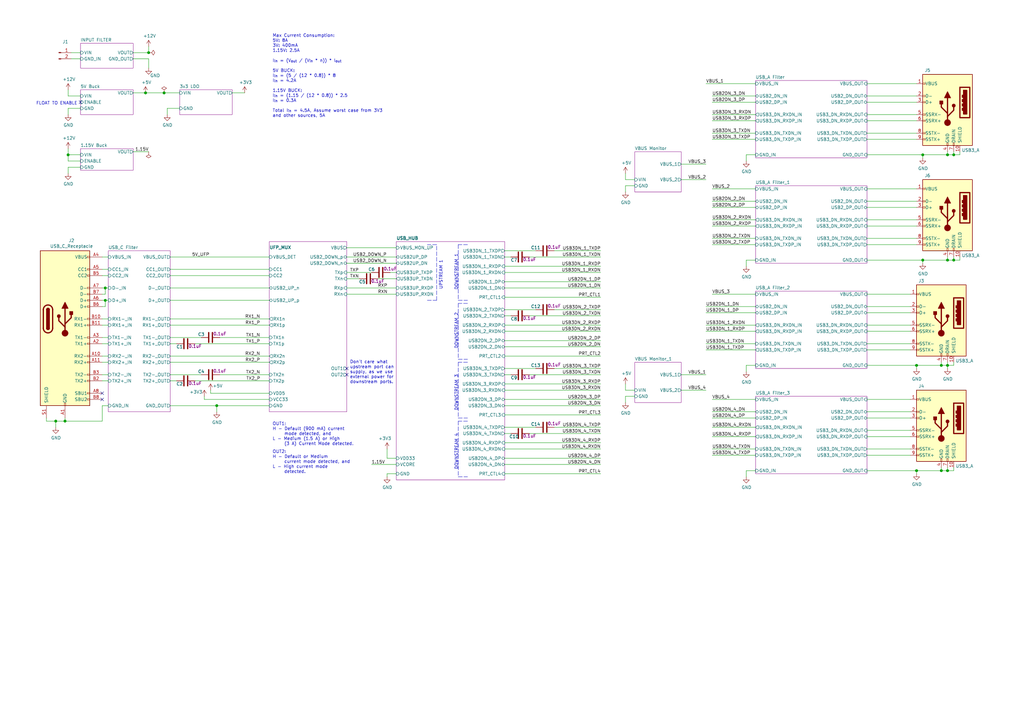
<source format=kicad_sch>
(kicad_sch (version 20210606) (generator eeschema)
  (paper "A3")
  (lib_symbols
    (symbol "Connector:Conn_01x02_Male" (pin_names (offset 1.016) hide)
      (property "Reference" "J" (at 0 2.54 0))
      (property "Value" "Conn_01x02_Male" (at 0 -5.08 0))
      (symbol "Conn_01x02_Male_1_1"
        (pin passive line (at 5.08 0 180) (length 3.81) (name "Pin_1") (number "1"))
        (pin passive line (at 5.08 -2.54 180) (length 3.81) (name "Pin_2") (number "2"))
      )
    )
    (symbol "Connector:USB3_A" (pin_names (offset 1.016))
      (property "Reference" "J" (at -10.16 15.24 0))
      (property "Value" "USB3_A" (at 10.16 15.24 0))
      (symbol "USB3_A_1_1"
        (pin power_in line (at 12.7 10.16 180) (length 2.54) (name "VBUS") (number "1"))
        (pin passive line (at -5.08 -17.78 90) (length 2.54) (name "SHIELD") (number "10"))
        (pin bidirectional line (at 12.7 5.08 180) (length 2.54) (name "D-") (number "2"))
        (pin bidirectional line (at 12.7 2.54 180) (length 2.54) (name "D+") (number "3"))
        (pin power_in line (at 0 -17.78 90) (length 2.54) (name "GND") (number "4"))
        (pin bidirectional line (at 12.7 -2.54 180) (length 2.54) (name "SSRX-") (number "5"))
        (pin bidirectional line (at 12.7 -5.08 180) (length 2.54) (name "SSRX+") (number "6"))
        (pin power_in line (at -2.54 -17.78 90) (length 2.54) (name "DRAIN") (number "7"))
        (pin bidirectional line (at 12.7 -10.16 180) (length 2.54) (name "SSTX-") (number "8"))
        (pin bidirectional line (at 12.7 -12.7 180) (length 2.54) (name "SSTX+") (number "9"))
      )
    )
    (symbol "Connector:USB_C_Receptacle" (pin_names (offset 1.016))
      (property "Reference" "J" (at -10.16 29.21 0))
      (property "Value" "USB_C_Receptacle" (at 10.16 29.21 0))
      (symbol "USB_C_Receptacle_1_1"
        (pin power_in line (at 0 -40.64 90) (length 5.08) (name "GND") (number "A1"))
        (pin bidirectional line (at 15.24 -15.24 180) (length 5.08) (name "RX2-") (number "A10"))
        (pin bidirectional line (at 15.24 -17.78 180) (length 5.08) (name "RX2+") (number "A11"))
        (pin passive line (at 0 -40.64 90) (length 5.08) hide (name "GND") (number "A12"))
        (pin bidirectional line (at 15.24 -10.16 180) (length 5.08) (name "TX1+") (number "A2"))
        (pin bidirectional line (at 15.24 -7.62 180) (length 5.08) (name "TX1-") (number "A3"))
        (pin power_in line (at 15.24 25.4 180) (length 5.08) (name "VBUS") (number "A4"))
        (pin bidirectional line (at 15.24 20.32 180) (length 5.08) (name "CC1") (number "A5"))
        (pin bidirectional line (at 15.24 7.62 180) (length 5.08) (name "D+") (number "A6"))
        (pin bidirectional line (at 15.24 12.7 180) (length 5.08) (name "D-") (number "A7"))
        (pin bidirectional line (at 15.24 -30.48 180) (length 5.08) (name "SBU1") (number "A8"))
        (pin passive line (at 15.24 25.4 180) (length 5.08) hide (name "VBUS") (number "A9"))
        (pin passive line (at 0 -40.64 90) (length 5.08) hide (name "GND") (number "B1"))
        (pin bidirectional line (at 15.24 0 180) (length 5.08) (name "RX1-") (number "B10"))
        (pin bidirectional line (at 15.24 -2.54 180) (length 5.08) (name "RX1+") (number "B11"))
        (pin passive line (at 0 -40.64 90) (length 5.08) hide (name "GND") (number "B12"))
        (pin bidirectional line (at 15.24 -25.4 180) (length 5.08) (name "TX2+") (number "B2"))
        (pin bidirectional line (at 15.24 -22.86 180) (length 5.08) (name "TX2-") (number "B3"))
        (pin passive line (at 15.24 25.4 180) (length 5.08) hide (name "VBUS") (number "B4"))
        (pin bidirectional line (at 15.24 17.78 180) (length 5.08) (name "CC2") (number "B5"))
        (pin bidirectional line (at 15.24 5.08 180) (length 5.08) (name "D+") (number "B6"))
        (pin bidirectional line (at 15.24 10.16 180) (length 5.08) (name "D-") (number "B7"))
        (pin bidirectional line (at 15.24 -33.02 180) (length 5.08) (name "SBU2") (number "B8"))
        (pin passive line (at 15.24 25.4 180) (length 5.08) hide (name "VBUS") (number "B9"))
        (pin passive line (at -7.62 -40.64 90) (length 5.08) (name "SHIELD") (number "S1"))
      )
    )
    (symbol "mte_usb_hub:CC0402KRX5R7BB104" (pin_numbers hide) (pin_names (offset 0.254))
      (property "Reference" "C" (at 0.635 2.54 0))
      (property "id" "0.1uF" (at -3.81 2.54 0))
      (symbol "CC0402KRX5R7BB104_1_1"
        (pin passive line (at 0 3.81 270) (length 2.794) (name "~") (number "1"))
        (pin passive line (at 0 -3.81 90) (length 2.794) (name "~") (number "2"))
      )
    )
    (symbol "power:+12V" (power) (pin_names (offset 0))
      (property "Value" "+12V" (at 0 3.556 0))
      (symbol "+12V_1_1"
        (pin power_in line (at 0 0 90) (length 0) hide (name "+12V") (number "1"))
      )
    )
    (symbol "power:+3V3" (power) (pin_names (offset 0))
      (property "Value" "+3V3" (at 0 3.556 0))
      (symbol "+3V3_1_1"
        (pin power_in line (at 0 0 90) (length 0) hide (name "+3V3") (number "1"))
      )
    )
    (symbol "power:+5V" (power) (pin_names (offset 0))
      (property "Value" "+5V" (at 0 3.556 0))
      (symbol "+5V_1_1"
        (pin power_in line (at 0 0 90) (length 0) hide (name "+5V") (number "1"))
      )
    )
    (symbol "power:GND" (power) (pin_names (offset 0))
      (property "Value" "GND" (at 0 -3.81 0))
      (symbol "GND_1_1"
        (pin power_in line (at 0 0 270) (length 0) hide (name "GND") (number "1"))
      )
    )
    (symbol "power:PWR_FLAG" (power) (pin_numbers hide) (pin_names (offset 0) hide)
      (property "Value" "PWR_FLAG" (at 0 3.81 0))
      (symbol "PWR_FLAG_0_0"
        (pin power_out line (at 0 0 90) (length 0) (name "pwr") (number "1"))
      )
    )
  )
  (junction (at 22.86 172.72) (diameter 1.016))
  (junction (at 26.67 172.72) (diameter 1.016))
  (junction (at 27.94 63.5) (diameter 1.016))
  (junction (at 43.18 118.11) (diameter 1.016))
  (junction (at 43.18 123.19) (diameter 1.016))
  (junction (at 59.69 38.1) (diameter 1.016))
  (junction (at 60.96 21.59) (diameter 1.016))
  (junction (at 67.31 38.1) (diameter 1.016))
  (junction (at 88.9 166.37) (diameter 1.016))
  (junction (at 375.92 149.86) (diameter 1.016))
  (junction (at 375.92 193.04) (diameter 1.016))
  (junction (at 378.46 63.5) (diameter 1.016))
  (junction (at 378.46 106.68) (diameter 1.016))
  (junction (at 386.08 149.86) (diameter 1.016))
  (junction (at 386.08 193.04) (diameter 1.016))
  (junction (at 388.62 63.5) (diameter 1.016))
  (junction (at 388.62 106.68) (diameter 1.016))
  (junction (at 388.62 149.86) (diameter 1.016))
  (junction (at 388.62 193.04) (diameter 1.016))
  (junction (at 391.16 63.5) (diameter 1.016))
  (junction (at 391.16 106.68) (diameter 1.016))
  (no_connect (at 33.02 41.91))
  (no_connect (at 41.91 161.29))
  (no_connect (at 41.91 163.83))
  (no_connect (at 142.24 151.13))
  (no_connect (at 142.24 153.67))
  (wire (pts (xy 19.05 171.45) (xy 19.05 172.72)))
  (wire (pts (xy 19.05 172.72) (xy 22.86 172.72)))
  (wire (pts (xy 22.86 175.26) (xy 22.86 172.72)))
  (wire (pts (xy 26.67 171.45) (xy 26.67 172.72)))
  (wire (pts (xy 26.67 172.72) (xy 22.86 172.72)))
  (wire (pts (xy 27.94 36.83) (xy 27.94 39.37)))
  (wire (pts (xy 27.94 44.45) (xy 27.94 46.99)))
  (wire (pts (xy 27.94 60.96) (xy 27.94 63.5)))
  (wire (pts (xy 27.94 66.04) (xy 27.94 63.5)))
  (wire (pts (xy 27.94 68.58) (xy 27.94 71.12)))
  (wire (pts (xy 29.21 21.59) (xy 33.02 21.59)))
  (wire (pts (xy 29.21 24.13) (xy 33.02 24.13)))
  (wire (pts (xy 33.02 39.37) (xy 27.94 39.37)))
  (wire (pts (xy 33.02 44.45) (xy 27.94 44.45)))
  (wire (pts (xy 33.02 63.5) (xy 27.94 63.5)))
  (wire (pts (xy 33.02 66.04) (xy 27.94 66.04)))
  (wire (pts (xy 33.02 68.58) (xy 27.94 68.58)))
  (wire (pts (xy 41.91 105.41) (xy 44.45 105.41)))
  (wire (pts (xy 41.91 110.49) (xy 44.45 110.49)))
  (wire (pts (xy 41.91 113.03) (xy 44.45 113.03)))
  (wire (pts (xy 41.91 118.11) (xy 43.18 118.11)))
  (wire (pts (xy 41.91 120.65) (xy 43.18 120.65)))
  (wire (pts (xy 41.91 123.19) (xy 43.18 123.19)))
  (wire (pts (xy 41.91 125.73) (xy 43.18 125.73)))
  (wire (pts (xy 41.91 130.81) (xy 44.45 130.81)))
  (wire (pts (xy 41.91 133.35) (xy 44.45 133.35)))
  (wire (pts (xy 41.91 138.43) (xy 44.45 138.43)))
  (wire (pts (xy 41.91 140.97) (xy 44.45 140.97)))
  (wire (pts (xy 41.91 146.05) (xy 44.45 146.05)))
  (wire (pts (xy 41.91 148.59) (xy 44.45 148.59)))
  (wire (pts (xy 41.91 153.67) (xy 44.45 153.67)))
  (wire (pts (xy 41.91 156.21) (xy 44.45 156.21)))
  (wire (pts (xy 41.91 166.37) (xy 41.91 172.72)))
  (wire (pts (xy 41.91 172.72) (xy 26.67 172.72)))
  (wire (pts (xy 43.18 118.11) (xy 43.18 120.65)))
  (wire (pts (xy 43.18 118.11) (xy 44.45 118.11)))
  (wire (pts (xy 43.18 123.19) (xy 43.18 125.73)))
  (wire (pts (xy 43.18 123.19) (xy 44.45 123.19)))
  (wire (pts (xy 44.45 166.37) (xy 41.91 166.37)))
  (wire (pts (xy 54.61 21.59) (xy 60.96 21.59)))
  (wire (pts (xy 54.61 38.1) (xy 59.69 38.1)))
  (wire (pts (xy 54.61 62.23) (xy 60.96 62.23)))
  (wire (pts (xy 59.69 38.1) (xy 67.31 38.1)))
  (wire (pts (xy 60.96 21.59) (xy 60.96 19.05)))
  (wire (pts (xy 60.96 24.13) (xy 54.61 24.13)))
  (wire (pts (xy 60.96 27.94) (xy 60.96 24.13)))
  (wire (pts (xy 67.31 38.1) (xy 73.66 38.1)))
  (wire (pts (xy 68.58 44.45) (xy 68.58 46.99)))
  (wire (pts (xy 69.85 105.41) (xy 110.49 105.41)))
  (wire (pts (xy 69.85 110.49) (xy 110.49 110.49)))
  (wire (pts (xy 69.85 113.03) (xy 110.49 113.03)))
  (wire (pts (xy 69.85 118.11) (xy 110.49 118.11)))
  (wire (pts (xy 69.85 123.19) (xy 110.49 123.19)))
  (wire (pts (xy 69.85 130.81) (xy 110.49 130.81)))
  (wire (pts (xy 69.85 133.35) (xy 110.49 133.35)))
  (wire (pts (xy 69.85 138.43) (xy 82.55 138.43)))
  (wire (pts (xy 69.85 140.97) (xy 72.39 140.97)))
  (wire (pts (xy 69.85 146.05) (xy 110.49 146.05)))
  (wire (pts (xy 69.85 148.59) (xy 110.49 148.59)))
  (wire (pts (xy 69.85 153.67) (xy 82.55 153.67)))
  (wire (pts (xy 69.85 156.21) (xy 72.39 156.21)))
  (wire (pts (xy 69.85 166.37) (xy 88.9 166.37)))
  (wire (pts (xy 73.66 44.45) (xy 68.58 44.45)))
  (wire (pts (xy 80.01 140.97) (xy 110.49 140.97)))
  (wire (pts (xy 80.01 156.21) (xy 110.49 156.21)))
  (wire (pts (xy 83.82 162.56) (xy 83.82 163.83)))
  (wire (pts (xy 83.82 163.83) (xy 110.49 163.83)))
  (wire (pts (xy 86.36 160.02) (xy 86.36 161.29)))
  (wire (pts (xy 86.36 161.29) (xy 110.49 161.29)))
  (wire (pts (xy 88.9 166.37) (xy 110.49 166.37)))
  (wire (pts (xy 88.9 168.91) (xy 88.9 166.37)))
  (wire (pts (xy 90.17 138.43) (xy 110.49 138.43)))
  (wire (pts (xy 90.17 153.67) (xy 110.49 153.67)))
  (wire (pts (xy 95.25 38.1) (xy 100.33 38.1)))
  (wire (pts (xy 142.24 101.6) (xy 162.56 101.6)))
  (wire (pts (xy 142.24 105.41) (xy 162.56 105.41)))
  (wire (pts (xy 142.24 107.95) (xy 162.56 107.95)))
  (wire (pts (xy 142.24 111.76) (xy 152.4 111.76)))
  (wire (pts (xy 142.24 114.3) (xy 147.32 114.3)))
  (wire (pts (xy 142.24 118.11) (xy 162.56 118.11)))
  (wire (pts (xy 142.24 120.65) (xy 162.56 120.65)))
  (wire (pts (xy 152.4 190.5) (xy 162.56 190.5)))
  (wire (pts (xy 154.94 114.3) (xy 162.56 114.3)))
  (wire (pts (xy 158.75 187.96) (xy 158.75 184.15)))
  (wire (pts (xy 158.75 194.31) (xy 162.56 194.31)))
  (wire (pts (xy 158.75 195.58) (xy 158.75 194.31)))
  (wire (pts (xy 160.02 111.76) (xy 162.56 111.76)))
  (wire (pts (xy 162.56 187.96) (xy 158.75 187.96)))
  (wire (pts (xy 207.01 102.87) (xy 219.71 102.87)))
  (wire (pts (xy 207.01 105.41) (xy 209.55 105.41)))
  (wire (pts (xy 207.01 109.22) (xy 246.38 109.22)))
  (wire (pts (xy 207.01 111.76) (xy 246.38 111.76)))
  (wire (pts (xy 207.01 115.57) (xy 246.38 115.57)))
  (wire (pts (xy 207.01 118.11) (xy 246.38 118.11)))
  (wire (pts (xy 207.01 121.92) (xy 246.38 121.92)))
  (wire (pts (xy 207.01 127) (xy 219.71 127)))
  (wire (pts (xy 207.01 129.54) (xy 209.55 129.54)))
  (wire (pts (xy 207.01 133.35) (xy 246.38 133.35)))
  (wire (pts (xy 207.01 135.89) (xy 246.38 135.89)))
  (wire (pts (xy 207.01 139.7) (xy 246.38 139.7)))
  (wire (pts (xy 207.01 142.24) (xy 246.38 142.24)))
  (wire (pts (xy 207.01 146.05) (xy 246.38 146.05)))
  (wire (pts (xy 207.01 151.13) (xy 219.71 151.13)))
  (wire (pts (xy 207.01 153.67) (xy 209.55 153.67)))
  (wire (pts (xy 207.01 157.48) (xy 246.38 157.48)))
  (wire (pts (xy 207.01 160.02) (xy 246.38 160.02)))
  (wire (pts (xy 207.01 163.83) (xy 246.38 163.83)))
  (wire (pts (xy 207.01 166.37) (xy 246.38 166.37)))
  (wire (pts (xy 207.01 170.18) (xy 246.38 170.18)))
  (wire (pts (xy 207.01 175.26) (xy 219.71 175.26)))
  (wire (pts (xy 207.01 177.8) (xy 209.55 177.8)))
  (wire (pts (xy 207.01 181.61) (xy 246.38 181.61)))
  (wire (pts (xy 207.01 184.15) (xy 246.38 184.15)))
  (wire (pts (xy 207.01 187.96) (xy 246.38 187.96)))
  (wire (pts (xy 207.01 190.5) (xy 246.38 190.5)))
  (wire (pts (xy 207.01 194.31) (xy 246.38 194.31)))
  (wire (pts (xy 217.17 105.41) (xy 246.38 105.41)))
  (wire (pts (xy 217.17 129.54) (xy 246.38 129.54)))
  (wire (pts (xy 217.17 153.67) (xy 246.38 153.67)))
  (wire (pts (xy 217.17 177.8) (xy 246.38 177.8)))
  (wire (pts (xy 227.33 102.87) (xy 246.38 102.87)))
  (wire (pts (xy 227.33 127) (xy 246.38 127)))
  (wire (pts (xy 227.33 151.13) (xy 246.38 151.13)))
  (wire (pts (xy 227.33 175.26) (xy 246.38 175.26)))
  (wire (pts (xy 256.54 71.12) (xy 256.54 73.66)))
  (wire (pts (xy 256.54 76.2) (xy 256.54 78.74)))
  (wire (pts (xy 256.54 76.2) (xy 260.35 76.2)))
  (wire (pts (xy 256.54 157.48) (xy 256.54 160.02)))
  (wire (pts (xy 256.54 162.56) (xy 256.54 165.1)))
  (wire (pts (xy 256.54 162.56) (xy 260.35 162.56)))
  (wire (pts (xy 260.35 73.66) (xy 256.54 73.66)))
  (wire (pts (xy 260.35 160.02) (xy 256.54 160.02)))
  (wire (pts (xy 279.4 67.31) (xy 289.56 67.31)))
  (wire (pts (xy 279.4 73.66) (xy 289.56 73.66)))
  (wire (pts (xy 279.4 153.67) (xy 289.56 153.67)))
  (wire (pts (xy 279.4 160.02) (xy 289.56 160.02)))
  (wire (pts (xy 289.56 34.29) (xy 309.88 34.29)))
  (wire (pts (xy 289.56 125.73) (xy 309.88 125.73)))
  (wire (pts (xy 289.56 128.27) (xy 309.88 128.27)))
  (wire (pts (xy 289.56 133.35) (xy 309.88 133.35)))
  (wire (pts (xy 289.56 135.89) (xy 309.88 135.89)))
  (wire (pts (xy 289.56 140.97) (xy 309.88 140.97)))
  (wire (pts (xy 289.56 143.51) (xy 309.88 143.51)))
  (wire (pts (xy 292.1 39.37) (xy 309.88 39.37)))
  (wire (pts (xy 292.1 41.91) (xy 309.88 41.91)))
  (wire (pts (xy 292.1 46.99) (xy 309.88 46.99)))
  (wire (pts (xy 292.1 49.53) (xy 309.88 49.53)))
  (wire (pts (xy 292.1 54.61) (xy 309.88 54.61)))
  (wire (pts (xy 292.1 57.15) (xy 309.88 57.15)))
  (wire (pts (xy 292.1 77.47) (xy 309.88 77.47)))
  (wire (pts (xy 292.1 82.55) (xy 309.88 82.55)))
  (wire (pts (xy 292.1 85.09) (xy 309.88 85.09)))
  (wire (pts (xy 292.1 90.17) (xy 309.88 90.17)))
  (wire (pts (xy 292.1 92.71) (xy 309.88 92.71)))
  (wire (pts (xy 292.1 97.79) (xy 309.88 97.79)))
  (wire (pts (xy 292.1 100.33) (xy 309.88 100.33)))
  (wire (pts (xy 292.1 120.65) (xy 309.88 120.65)))
  (wire (pts (xy 292.1 163.83) (xy 309.88 163.83)))
  (wire (pts (xy 292.1 168.91) (xy 309.88 168.91)))
  (wire (pts (xy 292.1 171.45) (xy 309.88 171.45)))
  (wire (pts (xy 292.1 175.26) (xy 309.88 175.26)))
  (wire (pts (xy 292.1 179.07) (xy 309.88 179.07)))
  (wire (pts (xy 292.1 184.15) (xy 309.88 184.15)))
  (wire (pts (xy 292.1 186.69) (xy 309.88 186.69)))
  (wire (pts (xy 306.07 63.5) (xy 306.07 66.04)))
  (wire (pts (xy 306.07 63.5) (xy 309.88 63.5)))
  (wire (pts (xy 306.07 106.68) (xy 306.07 109.22)))
  (wire (pts (xy 306.07 106.68) (xy 309.88 106.68)))
  (wire (pts (xy 306.07 149.86) (xy 306.07 152.4)))
  (wire (pts (xy 306.07 149.86) (xy 309.88 149.86)))
  (wire (pts (xy 306.07 193.04) (xy 306.07 195.58)))
  (wire (pts (xy 306.07 193.04) (xy 309.88 193.04)))
  (wire (pts (xy 355.6 34.29) (xy 375.92 34.29)))
  (wire (pts (xy 355.6 39.37) (xy 375.92 39.37)))
  (wire (pts (xy 355.6 41.91) (xy 375.92 41.91)))
  (wire (pts (xy 355.6 46.99) (xy 375.92 46.99)))
  (wire (pts (xy 355.6 49.53) (xy 375.92 49.53)))
  (wire (pts (xy 355.6 54.61) (xy 375.92 54.61)))
  (wire (pts (xy 355.6 57.15) (xy 375.92 57.15)))
  (wire (pts (xy 355.6 63.5) (xy 378.46 63.5)))
  (wire (pts (xy 355.6 77.47) (xy 375.92 77.47)))
  (wire (pts (xy 355.6 82.55) (xy 375.92 82.55)))
  (wire (pts (xy 355.6 85.09) (xy 375.92 85.09)))
  (wire (pts (xy 355.6 90.17) (xy 375.92 90.17)))
  (wire (pts (xy 355.6 92.71) (xy 375.92 92.71)))
  (wire (pts (xy 355.6 97.79) (xy 375.92 97.79)))
  (wire (pts (xy 355.6 100.33) (xy 375.92 100.33)))
  (wire (pts (xy 355.6 106.68) (xy 378.46 106.68)))
  (wire (pts (xy 355.6 120.65) (xy 373.38 120.65)))
  (wire (pts (xy 355.6 125.73) (xy 373.38 125.73)))
  (wire (pts (xy 355.6 128.27) (xy 373.38 128.27)))
  (wire (pts (xy 355.6 133.35) (xy 373.38 133.35)))
  (wire (pts (xy 355.6 135.89) (xy 373.38 135.89)))
  (wire (pts (xy 355.6 140.97) (xy 373.38 140.97)))
  (wire (pts (xy 355.6 143.51) (xy 373.38 143.51)))
  (wire (pts (xy 355.6 149.86) (xy 375.92 149.86)))
  (wire (pts (xy 355.6 163.83) (xy 373.38 163.83)))
  (wire (pts (xy 355.6 168.91) (xy 373.38 168.91)))
  (wire (pts (xy 355.6 171.45) (xy 373.38 171.45)))
  (wire (pts (xy 355.6 176.53) (xy 373.38 176.53)))
  (wire (pts (xy 355.6 179.07) (xy 373.38 179.07)))
  (wire (pts (xy 355.6 184.15) (xy 373.38 184.15)))
  (wire (pts (xy 355.6 186.69) (xy 373.38 186.69)))
  (wire (pts (xy 355.6 193.04) (xy 375.92 193.04)))
  (wire (pts (xy 375.92 149.86) (xy 386.08 149.86)))
  (wire (pts (xy 375.92 151.13) (xy 375.92 149.86)))
  (wire (pts (xy 375.92 193.04) (xy 386.08 193.04)))
  (wire (pts (xy 375.92 194.31) (xy 375.92 193.04)))
  (wire (pts (xy 378.46 63.5) (xy 388.62 63.5)))
  (wire (pts (xy 378.46 64.77) (xy 378.46 63.5)))
  (wire (pts (xy 378.46 106.68) (xy 388.62 106.68)))
  (wire (pts (xy 378.46 107.95) (xy 378.46 106.68)))
  (wire (pts (xy 386.08 149.86) (xy 386.08 148.59)))
  (wire (pts (xy 386.08 193.04) (xy 386.08 191.77)))
  (wire (pts (xy 388.62 63.5) (xy 388.62 62.23)))
  (wire (pts (xy 388.62 106.68) (xy 388.62 105.41)))
  (wire (pts (xy 388.62 148.59) (xy 388.62 149.86)))
  (wire (pts (xy 388.62 149.86) (xy 386.08 149.86)))
  (wire (pts (xy 388.62 149.86) (xy 391.16 149.86)))
  (wire (pts (xy 388.62 151.13) (xy 388.62 149.86)))
  (wire (pts (xy 388.62 191.77) (xy 388.62 193.04)))
  (wire (pts (xy 388.62 193.04) (xy 386.08 193.04)))
  (wire (pts (xy 388.62 193.04) (xy 391.16 193.04)))
  (wire (pts (xy 391.16 62.23) (xy 391.16 63.5)))
  (wire (pts (xy 391.16 63.5) (xy 388.62 63.5)))
  (wire (pts (xy 391.16 63.5) (xy 393.7 63.5)))
  (wire (pts (xy 391.16 105.41) (xy 391.16 106.68)))
  (wire (pts (xy 391.16 106.68) (xy 388.62 106.68)))
  (wire (pts (xy 391.16 106.68) (xy 393.7 106.68)))
  (wire (pts (xy 391.16 149.86) (xy 391.16 148.59)))
  (wire (pts (xy 391.16 193.04) (xy 391.16 191.77)))
  (wire (pts (xy 393.7 63.5) (xy 393.7 62.23)))
  (wire (pts (xy 393.7 106.68) (xy 393.7 105.41)))
  (polyline (pts (xy 175.26 123.19) (xy 179.07 123.19)) (stroke (width 0) (type dash)))
  (polyline (pts (xy 179.07 100.33) (xy 175.26 100.33)) (stroke (width 0) (type dash)))
  (polyline (pts (xy 179.07 123.19) (xy 179.07 100.33)) (stroke (width 0) (type dash)))
  (polyline (pts (xy 187.96 100.33) (xy 187.96 123.19)) (stroke (width 0) (type dash)))
  (polyline (pts (xy 187.96 123.19) (xy 191.77 123.19)) (stroke (width 0) (type dash)))
  (polyline (pts (xy 187.96 124.46) (xy 187.96 147.32)) (stroke (width 0) (type dash)))
  (polyline (pts (xy 187.96 147.32) (xy 191.77 147.32)) (stroke (width 0) (type dash)))
  (polyline (pts (xy 187.96 148.59) (xy 187.96 171.45)) (stroke (width 0) (type dash)))
  (polyline (pts (xy 187.96 171.45) (xy 191.77 171.45)) (stroke (width 0) (type dash)))
  (polyline (pts (xy 187.96 172.72) (xy 187.96 195.58)) (stroke (width 0) (type dash)))
  (polyline (pts (xy 187.96 195.58) (xy 191.77 195.58)) (stroke (width 0) (type dash)))
  (polyline (pts (xy 191.77 100.33) (xy 187.96 100.33)) (stroke (width 0) (type dash)))
  (polyline (pts (xy 191.77 124.46) (xy 187.96 124.46)) (stroke (width 0) (type dash)))
  (polyline (pts (xy 191.77 148.59) (xy 187.96 148.59)) (stroke (width 0) (type dash)))
  (polyline (pts (xy 191.77 172.72) (xy 187.96 172.72)) (stroke (width 0) (type dash)))
  (text "FLOAT TO ENABLE" (at 31.75 43.18 180) (effects (font (size 1.27 1.27)) (justify right bottom)))
  (text "Max Current Consumption:\n5V: 8A\n3V: 400mA\n1.15V: 2.5A" (at 111.76 21.59 0) (effects (font (size 1.27 1.27)) (justify left bottom)))
  (text "I_{in} = (V_{out} / (V_{in} * n)) * I_{out}\n\n5V BUCK:\nI_{in} = (5 / (12 * 0.8)) * 8\nI_{in} = 4.2A\n\n1.15V BUCK:\nI_{in} = (1.15 / (12 * 0.8)) * 2.5\nI_{in} = 0.3A\n\nTotal I_{in} = 4.5A, Assume worst case from 3V3\nand other sources, 5A" (at 111.76 48.26 0) (effects (font (size 1.27 1.27)) (justify left bottom)))
  (text "OUT1:\nH - Default (900 mA) current \n	mode detected, and\nL - Medium (1.5 A) or High \n	(3 A) Current Mode detected." (at 111.76 182.88 0) (effects (font (size 1.27 1.27)) (justify left bottom)))
  (text "OUT2:\nH - Default or Medium \n	current mode detected, and\nL - High current mode \n	detected." (at 111.76 194.31 0) (effects (font (size 1.27 1.27)) (justify left bottom)))
  (text "Don't care what \nupstream port can \nsupply, as we use \nexternal power for \ndownstream ports." (at 143.51 157.48 0) (effects (font (size 1.27 1.27)) (justify left bottom)))
  (text "UPSTREAM 1" (at 181.61 106.68 270) (effects (font (size 1.27 1.27)) (justify right bottom)))
  (text "DOWNSTREAM 1" (at 187.96 104.14 270) (effects (font (size 1.27 1.27)) (justify right bottom)))
  (text "DOWNSTREAM 2" (at 187.96 128.27 270) (effects (font (size 1.27 1.27)) (justify right bottom)))
  (text "DOWNSTREAM 3" (at 187.96 153.67 270) (effects (font (size 1.27 1.27)) (justify right bottom)))
  (text "DOWNSTREAM 4" (at 187.96 177.8 270) (effects (font (size 1.27 1.27)) (justify right bottom)))
  (label "1.15V" (at 60.96 62.23 180))
  (label "5V_UFP" (at 78.74 105.41 0))
  (label "RX1_N" (at 106.68 130.81 180))
  (label "RX1_P" (at 106.68 133.35 180))
  (label "TX1_N" (at 106.68 138.43 180))
  (label "TX1_P" (at 106.68 140.97 180))
  (label "RX2_N" (at 106.68 146.05 180))
  (label "RX2_P" (at 106.68 148.59 180))
  (label "TX2_N" (at 106.68 153.67 180))
  (label "TX2_P" (at 106.7682 156.21 180))
  (label "TXP" (at 143.51 111.76 0))
  (label "TXN" (at 143.51 114.3 0))
  (label "USB2_DOWN_P" (at 144.78 105.41 0))
  (label "USB2_DOWN_N" (at 144.78 107.95 0))
  (label "1.15V" (at 152.4 190.5 0))
  (label "RXP" (at 154.94 118.11 0))
  (label "RXN" (at 154.94 120.65 0))
  (label "USB3DN_1_TXDP" (at 246.38 102.87 180))
  (label "USB3DN_1_TXDN" (at 246.38 105.41 180))
  (label "USB3DN_1_RXDP" (at 246.38 109.22 180))
  (label "USB3DN_1_RXDN" (at 246.38 111.76 180))
  (label "USB2DN_1_DP" (at 246.38 115.57 180))
  (label "USB2DN_1_DN" (at 246.38 118.11 180))
  (label "PRT_CTL1" (at 246.38 121.92 180))
  (label "USB3DN_2_TXDP" (at 246.38 127 180))
  (label "USB3DN_2_TXDN" (at 246.38 129.54 180))
  (label "USB3DN_2_RXDP" (at 246.38 133.35 180))
  (label "USB3DN_2_RXDN" (at 246.38 135.89 180))
  (label "USB2DN_2_DP" (at 246.38 139.7 180))
  (label "USB2DN_2_DN" (at 246.38 142.24 180))
  (label "PRT_CTL2" (at 246.38 146.05 180))
  (label "USB3DN_3_TXDP" (at 246.38 151.13 180))
  (label "USB3DN_3_TXDN" (at 246.38 153.67 180))
  (label "USB3DN_3_RXDP" (at 246.38 157.48 180))
  (label "USB3DN_3_RXDN" (at 246.38 160.02 180))
  (label "USB2DN_3_DP" (at 246.38 163.83 180))
  (label "USB2DN_3_DN" (at 246.38 166.37 180))
  (label "PRT_CTL3" (at 246.38 170.18 180))
  (label "USB3DN_4_TXDP" (at 246.38 175.26 180))
  (label "USB3DN_4_TXDN" (at 246.38 177.8 180))
  (label "USB3DN_4_RXDP" (at 246.38 181.61 180))
  (label "USB3DN_4_RXDN" (at 246.38 184.15 180))
  (label "USB2DN_4_DP" (at 246.38 187.96 180))
  (label "USB2DN_4_DN" (at 246.38 190.5 180))
  (label "PRT_CTL4" (at 246.38 194.31 180))
  (label "VBUS_1" (at 289.56 34.29 0))
  (label "VBUS_3" (at 289.56 67.31 180))
  (label "VBUS_2" (at 289.56 73.66 180))
  (label "USB2DN_1_DN" (at 289.56 125.73 0))
  (label "USB2DN_1_DP" (at 289.56 128.27 0))
  (label "USB3DN_1_RXDN" (at 289.56 133.35 0))
  (label "USB3DN_1_RXDP" (at 289.56 135.89 0))
  (label "USB3DN_1_TXDN" (at 289.56 140.97 0))
  (label "USB3DN_1_TXDP" (at 289.56 143.51 0))
  (label "VBUS_1" (at 289.56 153.67 180))
  (label "VBUS_4" (at 289.56 160.02 180))
  (label "USB2DN_3_DN" (at 292.1 39.37 0))
  (label "USB2DN_3_DP" (at 292.1 41.91 0))
  (label "USB3DN_3_RXDN" (at 292.1 46.99 0))
  (label "USB3DN_3_RXDP" (at 292.1 49.53 0))
  (label "USB3DN_3_TXDN" (at 292.1 54.61 0))
  (label "USB3DN_3_TXDP" (at 292.1 57.15 0))
  (label "VBUS_2" (at 292.1 77.47 0))
  (label "USB2DN_2_DN" (at 292.1 82.55 0))
  (label "USB2DN_2_DP" (at 292.1 85.09 0))
  (label "USB3DN_2_RXDN" (at 292.1 90.17 0))
  (label "USB3DN_2_RXDP" (at 292.1 92.71 0))
  (label "USB3DN_2_TXDN" (at 292.1 97.79 0))
  (label "USB3DN_2_TXDP" (at 292.1 100.33 0))
  (label "VBUS_3" (at 292.1 120.65 0))
  (label "VBUS_4" (at 292.1 163.83 0))
  (label "USB2DN_4_DN" (at 292.1 168.91 0))
  (label "USB2DN_4_DP" (at 292.1 171.45 0))
  (label "USB3DN_4_RXDN" (at 292.1 175.26 0))
  (label "USB3DN_4_RXDP" (at 292.1 179.07 0))
  (label "USB3DN_4_TXDN" (at 292.1 184.15 0))
  (label "USB3DN_4_TXDP" (at 292.1 186.69 0))
  (symbol (lib_id "power:+12V") (at 27.94 36.83 0) (unit 1)
    (property "Reference" "#PWR02" (effects hide))
    (property "Value" "+12V" (at 28.3083 32.5056 0))
  )
  (symbol (lib_id "power:+12V") (at 27.94 60.96 0) (unit 1)
    (property "Reference" "#PWR04" (effects hide))
    (property "Value" "+12V" (at 28.3083 56.6356 0))
  )
  (symbol (lib_id "power:+5V") (at 59.69 38.1 0) (unit 1)
    (property "Reference" "#PWR06" (effects hide))
    (property "Value" "+5V" (at 60.0583 33.7756 0))
  )
  (symbol (lib_id "power:+12V") (at 60.96 19.05 0) (unit 1)
    (property "Reference" "#PWR07" (effects hide))
    (property "Value" "+12V" (at 61.3283 14.7256 0))
  )
  (symbol (lib_id "power:+3V3") (at 83.82 162.56 0) (unit 1)
    (property "Reference" "#PWR010" (effects hide))
    (property "Value" "+3V3" (at 80.3783 160.7756 0))
  )
  (symbol (lib_id "power:+5V") (at 86.36 160.02 0) (unit 1)
    (property "Reference" "#PWR011" (effects hide))
    (property "Value" "+5V" (at 89.2683 158.2356 0))
  )
  (symbol (lib_id "power:+3V3") (at 100.33 38.1 0) (unit 1)
    (property "Reference" "#PWR013" (effects hide))
    (property "Value" "+3V3" (at 100.6983 33.7756 0))
  )
  (symbol (lib_id "power:+3V3") (at 158.75 184.15 0) (unit 1)
    (property "Reference" "#PWR014" (effects hide))
    (property "Value" "+3V3" (at 157.8483 179.8256 0))
  )
  (symbol (lib_id "power:+5V") (at 256.54 71.12 0) (unit 1)
    (property "Reference" "#PWR016" (effects hide))
    (property "Value" "+5V" (at 256.9083 66.7956 0))
  )
  (symbol (lib_id "power:+5V") (at 256.54 157.48 0) (unit 1)
    (property "Reference" "#PWR018" (effects hide))
    (property "Value" "+5V" (at 256.9083 153.1556 0))
  )
  (symbol (lib_id "power:PWR_FLAG") (at 60.96 21.59 270) (unit 1)
    (property "Reference" "#FLG02" (effects hide))
    (property "Value" "PWR_FLAG" (effects hide))
    (property "Datasheet" "~{}" (effects hide))
  )
  (symbol (lib_id "power:PWR_FLAG") (at 60.96 62.23 180) (unit 1)
    (property "Reference" "#FLG04" (effects hide))
    (property "Value" "PWR_FLAG" (effects hide))
    (property "Datasheet" "~{}" (effects hide))
  )
  (symbol (lib_id "power:PWR_FLAG") (at 67.31 38.1 0) (unit 1)
    (property "Reference" "#FLG0101" (effects hide))
    (property "Value" "PWR_FLAG" (effects hide))
    (property "Datasheet" "~{}" (effects hide))
  )
  (symbol (lib_id "power:GND") (at 22.86 175.26 0) (unit 1)
    (property "Reference" "#PWR01" (effects hide))
    (property "Value" "GND" (at 22.9743 179.5844 0))
  )
  (symbol (lib_id "power:GND") (at 27.94 46.99 0) (unit 1)
    (property "Reference" "#PWR03" (effects hide))
    (property "Value" "GND" (at 28.0543 51.3144 0))
  )
  (symbol (lib_id "power:GND") (at 27.94 71.12 0) (unit 1)
    (property "Reference" "#PWR05" (effects hide))
    (property "Value" "GND" (at 28.0543 75.4444 0))
  )
  (symbol (lib_id "power:GND") (at 60.96 27.94 0) (unit 1)
    (property "Reference" "#PWR08" (effects hide))
    (property "Value" "GND" (at 63.6143 30.9944 0))
  )
  (symbol (lib_id "power:GND") (at 68.58 46.99 0) (unit 1)
    (property "Reference" "#PWR09" (effects hide))
    (property "Value" "GND" (at 68.6943 51.3144 0))
  )
  (symbol (lib_id "power:GND") (at 88.9 168.91 0) (unit 1)
    (property "Reference" "#PWR012" (effects hide))
    (property "Value" "GND" (at 89.0143 173.2344 0))
  )
  (symbol (lib_id "power:GND") (at 158.75 195.58 0) (unit 1)
    (property "Reference" "#PWR015" (effects hide))
    (property "Value" "GND" (at 158.8643 199.9044 0))
  )
  (symbol (lib_id "power:GND") (at 256.54 78.74 0) (unit 1)
    (property "Reference" "#PWR017" (effects hide))
    (property "Value" "GND" (at 256.6543 83.0644 0))
  )
  (symbol (lib_id "power:GND") (at 256.54 165.1 0) (unit 1)
    (property "Reference" "#PWR019" (effects hide))
    (property "Value" "GND" (at 256.6543 169.4244 0))
  )
  (symbol (lib_id "power:GND") (at 306.07 66.04 0) (unit 1)
    (property "Reference" "#PWR020" (effects hide))
    (property "Value" "GND" (at 306.1843 70.3644 0))
  )
  (symbol (lib_id "power:GND") (at 306.07 109.22 0) (unit 1)
    (property "Reference" "#PWR021" (effects hide))
    (property "Value" "GND" (at 306.1843 113.5444 0))
  )
  (symbol (lib_id "power:GND") (at 306.07 152.4 0) (unit 1)
    (property "Reference" "#PWR022" (effects hide))
    (property "Value" "GND" (at 306.1843 156.7244 0))
  )
  (symbol (lib_id "power:GND") (at 306.07 195.58 0) (unit 1)
    (property "Reference" "#PWR023" (effects hide))
    (property "Value" "GND" (at 306.1843 199.9044 0))
  )
  (symbol (lib_id "power:GND") (at 375.92 151.13 0) (unit 1)
    (property "Reference" "#PWR024" (effects hide))
    (property "Value" "GND" (at 376.0343 155.4544 0))
  )
  (symbol (lib_id "power:GND") (at 375.92 194.31 0) (unit 1)
    (property "Reference" "#PWR025" (effects hide))
    (property "Value" "GND" (at 376.0343 198.6344 0))
  )
  (symbol (lib_id "power:GND") (at 378.46 64.77 0) (unit 1)
    (property "Reference" "#PWR026" (effects hide))
    (property "Value" "GND" (at 378.5743 69.0944 0))
  )
  (symbol (lib_id "power:GND") (at 378.46 107.95 0) (unit 1)
    (property "Reference" "#PWR027" (effects hide))
    (property "Value" "GND" (at 378.5743 112.2744 0))
  )
  (symbol (lib_id "power:GND") (at 388.62 151.13 0) (unit 1)
    (property "Reference" "#PWR028" (effects hide))
    (property "Value" "GND" (at 388.7343 155.4544 0))
  )
  (symbol (lib_id "Connector:Conn_01x02_Male") (at 24.13 21.59 0) (unit 1)
    (property "Reference" "J1" (at 26.8224 17.1258 0))
    (property "Value" "Conn_01x02_Male" (effects hide))
    (property "Footprint" "Connector_PinHeader_2.54mm:PinHeader_1x02_P2.54mm_Vertical" (effects hide))
    (property "Datasheet" "~{}" (effects hide))
  )
  (symbol (lib_id "mte_usb_hub:CC0402KRX5R7BB104") (at 76.2 140.97 90) (unit 1)
    (property "Reference" "C1" (at 73.66 142.2208 90))
    (property "Value" "CC0402KRX5R7BB104" (effects hide))
    (property "Footprint" "mte_usb_footprints:CAPACITOR_0402N" (effects hide))
    (property "Datasheet" "${MTE_LIB_DIR}/datasheets/UPY-GP_NP0_16V-to-50V_18.pdf" (effects hide))
    (property "id" "0.1uF" (at 80.01 141.9795 90))
  )
  (symbol (lib_id "mte_usb_hub:CC0402KRX5R7BB104") (at 76.2 156.21 90) (unit 1)
    (property "Reference" "C2" (at 73.66 157.4608 90))
    (property "Value" "CC0402KRX5R7BB104" (effects hide))
    (property "Footprint" "mte_usb_footprints:CAPACITOR_0402N" (effects hide))
    (property "Datasheet" "${MTE_LIB_DIR}/datasheets/UPY-GP_NP0_16V-to-50V_18.pdf" (effects hide))
    (property "id" "0.1uF" (at 80.01 157.2195 90))
  )
  (symbol (lib_id "mte_usb_hub:CC0402KRX5R7BB104") (at 86.36 138.43 90) (unit 1)
    (property "Reference" "C3" (at 82.55 137.1408 90))
    (property "Value" "CC0402KRX5R7BB104" (effects hide))
    (property "Footprint" "mte_usb_footprints:CAPACITOR_0402N" (effects hide))
    (property "Datasheet" "${MTE_LIB_DIR}/datasheets/UPY-GP_NP0_16V-to-50V_18.pdf" (effects hide))
    (property "id" "0.1uF" (at 90.17 136.8995 90))
  )
  (symbol (lib_id "mte_usb_hub:CC0402KRX5R7BB104") (at 86.36 153.67 90) (unit 1)
    (property "Reference" "C4" (at 82.55 152.3808 90))
    (property "Value" "CC0402KRX5R7BB104" (effects hide))
    (property "Footprint" "mte_usb_footprints:CAPACITOR_0402N" (effects hide))
    (property "Datasheet" "${MTE_LIB_DIR}/datasheets/UPY-GP_NP0_16V-to-50V_18.pdf" (effects hide))
    (property "id" "0.1uF" (at 90.17 152.1395 90))
  )
  (symbol (lib_id "mte_usb_hub:CC0402KRX5R7BB104") (at 151.13 114.3 90) (unit 1)
    (property "Reference" "C5" (at 148.59 115.5508 90))
    (property "Value" "CC0402KRX5R7BB104" (effects hide))
    (property "Footprint" "mte_usb_footprints:CAPACITOR_0402N" (effects hide))
    (property "Datasheet" "${MTE_LIB_DIR}/datasheets/UPY-GP_NP0_16V-to-50V_18.pdf" (effects hide))
    (property "id" "0.1uF" (at 154.94 115.3095 90))
  )
  (symbol (lib_id "mte_usb_hub:CC0402KRX5R7BB104") (at 156.21 111.76 90) (unit 1)
    (property "Reference" "C6" (at 152.4 110.4708 90))
    (property "Value" "CC0402KRX5R7BB104" (effects hide))
    (property "Footprint" "mte_usb_footprints:CAPACITOR_0402N" (effects hide))
    (property "Datasheet" "${MTE_LIB_DIR}/datasheets/UPY-GP_NP0_16V-to-50V_18.pdf" (effects hide))
    (property "id" "0.1uF" (at 160.02 110.2295 90))
  )
  (symbol (lib_id "mte_usb_hub:CC0402KRX5R7BB104") (at 213.36 105.41 90) (unit 1)
    (property "Reference" "C7" (at 210.82 106.6608 90))
    (property "Value" "CC0402KRX5R7BB104" (effects hide))
    (property "Footprint" "mte_usb_footprints:CAPACITOR_0402N" (effects hide))
    (property "Datasheet" "${MTE_LIB_DIR}/datasheets/UPY-GP_NP0_16V-to-50V_18.pdf" (effects hide))
    (property "id" "0.1uF" (at 217.17 106.4195 90))
  )
  (symbol (lib_id "mte_usb_hub:CC0402KRX5R7BB104") (at 213.36 129.54 90) (unit 1)
    (property "Reference" "C8" (at 210.82 130.7908 90))
    (property "Value" "CC0402KRX5R7BB104" (effects hide))
    (property "Footprint" "mte_usb_footprints:CAPACITOR_0402N" (effects hide))
    (property "Datasheet" "${MTE_LIB_DIR}/datasheets/UPY-GP_NP0_16V-to-50V_18.pdf" (effects hide))
    (property "id" "0.1uF" (at 217.17 130.5495 90))
  )
  (symbol (lib_id "mte_usb_hub:CC0402KRX5R7BB104") (at 213.36 153.67 90) (unit 1)
    (property "Reference" "C9" (at 210.82 154.9208 90))
    (property "Value" "CC0402KRX5R7BB104" (effects hide))
    (property "Footprint" "mte_usb_footprints:CAPACITOR_0402N" (effects hide))
    (property "Datasheet" "${MTE_LIB_DIR}/datasheets/UPY-GP_NP0_16V-to-50V_18.pdf" (effects hide))
    (property "id" "0.1uF" (at 217.17 154.6795 90))
  )
  (symbol (lib_id "mte_usb_hub:CC0402KRX5R7BB104") (at 213.36 177.8 90) (unit 1)
    (property "Reference" "C10" (at 210.82 179.0508 90))
    (property "Value" "CC0402KRX5R7BB104" (effects hide))
    (property "Footprint" "mte_usb_footprints:CAPACITOR_0402N" (effects hide))
    (property "Datasheet" "${MTE_LIB_DIR}/datasheets/UPY-GP_NP0_16V-to-50V_18.pdf" (effects hide))
    (property "id" "0.1uF" (at 217.17 178.8095 90))
  )
  (symbol (lib_id "mte_usb_hub:CC0402KRX5R7BB104") (at 223.52 102.87 90) (unit 1)
    (property "Reference" "C11" (at 219.71 101.5808 90))
    (property "Value" "CC0402KRX5R7BB104" (effects hide))
    (property "Footprint" "mte_usb_footprints:CAPACITOR_0402N" (effects hide))
    (property "Datasheet" "${MTE_LIB_DIR}/datasheets/UPY-GP_NP0_16V-to-50V_18.pdf" (effects hide))
    (property "id" "0.1uF" (at 227.33 101.3395 90))
  )
  (symbol (lib_id "mte_usb_hub:CC0402KRX5R7BB104") (at 223.52 127 90) (unit 1)
    (property "Reference" "C12" (at 219.71 125.7108 90))
    (property "Value" "CC0402KRX5R7BB104" (effects hide))
    (property "Footprint" "mte_usb_footprints:CAPACITOR_0402N" (effects hide))
    (property "Datasheet" "${MTE_LIB_DIR}/datasheets/UPY-GP_NP0_16V-to-50V_18.pdf" (effects hide))
    (property "id" "0.1uF" (at 227.33 125.4695 90))
  )
  (symbol (lib_id "mte_usb_hub:CC0402KRX5R7BB104") (at 223.52 151.13 90) (unit 1)
    (property "Reference" "C13" (at 219.71 149.8408 90))
    (property "Value" "CC0402KRX5R7BB104" (effects hide))
    (property "Footprint" "mte_usb_footprints:CAPACITOR_0402N" (effects hide))
    (property "Datasheet" "${MTE_LIB_DIR}/datasheets/UPY-GP_NP0_16V-to-50V_18.pdf" (effects hide))
    (property "id" "0.1uF" (at 227.33 149.5995 90))
  )
  (symbol (lib_id "mte_usb_hub:CC0402KRX5R7BB104") (at 223.52 175.26 90) (unit 1)
    (property "Reference" "C14" (at 219.71 173.9708 90))
    (property "Value" "CC0402KRX5R7BB104" (effects hide))
    (property "Footprint" "mte_usb_footprints:CAPACITOR_0402N" (effects hide))
    (property "Datasheet" "${MTE_LIB_DIR}/datasheets/UPY-GP_NP0_16V-to-50V_18.pdf" (effects hide))
    (property "id" "0.1uF" (at 227.33 173.7295 90))
  )
  (symbol (lib_id "Connector:USB3_A") (at 386.08 130.81 0) (mirror y) (unit 1)
    (property "Reference" "J3" (at 376.6821 115.1826 0) (effects (justify right)))
    (property "Value" "USB3_A" (at 391.9221 147.9613 0) (effects (justify right)))
    (property "Footprint" "Connector_USB:USB3_A_Molex_48393-001" (effects hide))
    (property "Datasheet" "~{}" (effects hide))
  )
  (symbol (lib_id "Connector:USB3_A") (at 386.08 173.99 0) (mirror y) (unit 1)
    (property "Reference" "J4" (at 376.6821 158.3626 0) (effects (justify right)))
    (property "Value" "USB3_A" (at 391.9221 191.1413 0) (effects (justify right)))
    (property "Footprint" "Connector_USB:USB3_A_Molex_48393-001" (effects hide))
    (property "Datasheet" "~{}" (effects hide))
  )
  (symbol (lib_id "Connector:USB3_A") (at 388.62 44.45 0) (mirror y) (unit 1)
    (property "Reference" "J5" (at 379.2221 28.8226 0) (effects (justify right)))
    (property "Value" "USB3_A" (at 394.4621 61.6013 0) (effects (justify right)))
    (property "Footprint" "Connector_USB:USB3_A_Molex_48393-001" (effects hide))
    (property "Datasheet" "~{}" (effects hide))
  )
  (symbol (lib_id "Connector:USB3_A") (at 388.62 87.63 0) (mirror y) (unit 1)
    (property "Reference" "J6" (at 379.2221 72.0026 0) (effects (justify right)))
    (property "Value" "USB3_A" (at 394.4621 104.7813 0) (effects (justify right)))
    (property "Footprint" "Connector_USB:USB3_A_Molex_48393-001" (effects hide))
    (property "Datasheet" "~{}" (effects hide))
  )
  (symbol (lib_id "Connector:USB_C_Receptacle") (at 26.67 130.81 0) (unit 1)
    (property "Reference" "J2" (at 29.337 98.6598 0))
    (property "Value" "USB_C_Receptacle" (at 29.337 100.9585 0))
    (property "Footprint" "Connector_USB:USB_C_Receptacle_Amphenol_12401610E4-2A" (effects hide))
    (property "Datasheet" "https://www.usb.org/sites/default/files/documents/usb_type-c.zip" (effects hide))
  )
  (sheet (at 33.02 60.96) (size 21.59 8.89) (stroke (width 0.001) (color 132 0 132 1)) (fill (color 255 255 255 0.0000))
    (property "Sheet name" "1.15V Buck" (at 33.02 60.3241 0) (effects (justify left bottom)))
    (property "Sheet file" "1.15v_buck.kicad_sch" (effects hide))
    (pin "ENABLE" input (at 33.02 66.04 180))
    (pin "VIN" input (at 33.02 63.5 180))
    (pin "GND" input (at 33.02 68.58 180))
    (pin "VOUT" output (at 54.61 62.23 0))
  )
  (sheet (at 73.66 36.83) (size 21.59 10.16) (stroke (width 0.001) (color 132 0 132 1)) (fill (color 255 255 255 0.0000))
    (property "Sheet name" "3v3 LDO" (at 73.66 36.1941 0) (effects (justify left bottom)))
    (property "Sheet file" "3v3_ldo.kicad_sch" (effects hide))
    (pin "VIN" input (at 73.66 38.1 180))
    (pin "VOUT" output (at 95.25 38.1 0))
    (pin "GND" input (at 73.66 44.45 180))
  )
  (sheet (at 33.02 36.83) (size 21.59 10.16) (stroke (width 0.001) (color 132 0 132 1)) (fill (color 255 255 255 0.0000))
    (property "Sheet name" "5V Buck" (at 33.02 36.1941 0) (effects (justify left bottom)))
    (property "Sheet file" "5v_buck.kicad_sch" (effects hide))
    (pin "VIN" input (at 33.02 39.37 180))
    (pin "GND" input (at 33.02 44.45 180))
    (pin "ENABLE" input (at 33.02 41.91 180))
    (pin "VOUT" output (at 54.61 38.1 0))
  )
  (sheet (at 33.02 17.78) (size 21.59 10.16) (stroke (width 0.001) (color 132 0 132 1)) (fill (color 255 255 255 0.0000))
    (property "Sheet name" "INPUT FILTER" (at 33.02 17.1441 0) (effects (justify left bottom)))
    (property "Sheet file" "input_filter.kicad_sch" (effects hide))
    (pin "VIN" input (at 33.02 21.59 180))
    (pin "VOUT" output (at 54.61 21.59 0))
    (pin "GND_IN" input (at 33.02 24.13 180))
    (pin "GND_OUT" output (at 54.61 24.13 0))
  )
  (sheet (at 110.49 99.06) (size 31.75 69.85) (stroke (width 0.001) (color 132 0 132 1)) (fill (color 255 255 255 0.0000))
    (property "Sheet name" "UFP_MUX" (at 110.49 102.2341 0) (effects (font bold) (justify left bottom)))
    (property "Sheet file" "UFP_MUX.kicad_sch" (effects hide))
    (pin "VCC33" input (at 110.49 163.83 180))
    (pin "OUT1" output (at 142.24 151.13 0))
    (pin "GND" input (at 110.49 166.37 180))
    (pin "TX1p" input (at 110.49 140.97 180))
    (pin "RX1n" output (at 110.49 130.81 180))
    (pin "TX1n" input (at 110.49 138.43 180))
    (pin "TX2p" input (at 110.49 156.21 180))
    (pin "RX1p" output (at 110.49 133.35 180))
    (pin "RX2p" output (at 110.49 148.59 180))
    (pin "TX2n" input (at 110.49 153.67 180))
    (pin "RX2n" output (at 110.49 146.05 180))
    (pin "VDD5" input (at 110.49 161.29 180))
    (pin "CC2" input (at 110.49 113.03 180))
    (pin "CC1" input (at 110.49 110.49 180))
    (pin "VBUS_DET" input (at 110.49 105.41 180))
    (pin "TXp" input (at 142.24 111.76 0))
    (pin "TXn" input (at 142.24 114.3 0))
    (pin "RXp" input (at 142.24 118.11 0))
    (pin "RXn" input (at 142.24 120.65 0))
    (pin "OUT2" output (at 142.24 153.67 0))
    (pin "USB2_DOWN_p" bidirectional (at 142.24 105.41 0))
    (pin "USB2_UP_p" bidirectional (at 110.49 123.19 180))
    (pin "USB2_UP_n" bidirectional (at 110.49 118.11 180))
    (pin "USB2_DOWN_n" bidirectional (at 142.24 107.95 0))
    (pin "VBUS" output (at 142.24 101.6 0))
  )
  (sheet (at 309.88 33.02) (size 45.72 31.75) (stroke (width 0.001) (color 132 0 132 1)) (fill (color 255 255 255 0.0000))
    (property "Sheet name" "USB_A Filter" (at 309.88 32.3841 0) (effects (justify left bottom)))
    (property "Sheet file" "usb_a_filter.kicad_sch" (effects hide))
    (pin "USB2_DP_IN" bidirectional (at 309.88 41.91 180))
    (pin "USB2_DN_IN" bidirectional (at 309.88 39.37 180))
    (pin "VBUS_IN" input (at 309.88 34.29 180))
    (pin "GND_IN" input (at 309.88 63.5 180))
    (pin "USB2_DN_OUT" bidirectional (at 355.6 39.37 0))
    (pin "GND_OUT" input (at 355.6 63.5 0))
    (pin "USB2_DP_OUT" bidirectional (at 355.6 41.91 0))
    (pin "VBUS_OUT" input (at 355.6 34.29 0))
    (pin "USB3_DN_TXDP_IN" input (at 309.88 57.15 180))
    (pin "USB3_DN_TXDN_IN" input (at 309.88 54.61 180))
    (pin "USB3_DN_RXDN_OUT" input (at 355.6 46.99 0))
    (pin "USB3_DN_RXDP_OUT" input (at 355.6 49.53 0))
    (pin "USB3_DN_TXDN_OUT" output (at 355.6 54.61 0))
    (pin "USB3_DN_TXDP_OUT" output (at 355.6 57.15 0))
    (pin "USB3_DN_RXDN_IN" output (at 309.88 46.99 180))
    (pin "USB3_DN_RXDP_IN" output (at 309.88 49.53 180))
  )
  (sheet (at 309.88 76.2) (size 45.72 31.75) (stroke (width 0.001) (color 132 0 132 1)) (fill (color 255 255 255 0.0000))
    (property "Sheet name" "USB_A Filter_1" (at 309.88 75.564 0) (effects (justify left bottom)))
    (property "Sheet file" "usb_a_filter.kicad_sch" (effects hide))
    (pin "USB2_DP_IN" bidirectional (at 309.88 85.09 180))
    (pin "USB2_DN_IN" bidirectional (at 309.88 82.55 180))
    (pin "VBUS_IN" input (at 309.88 77.47 180))
    (pin "GND_IN" input (at 309.88 106.68 180))
    (pin "USB2_DN_OUT" bidirectional (at 355.6 82.55 0))
    (pin "GND_OUT" input (at 355.6 106.68 0))
    (pin "USB2_DP_OUT" bidirectional (at 355.6 85.09 0))
    (pin "VBUS_OUT" input (at 355.6 77.47 0))
    (pin "USB3_DN_TXDP_IN" input (at 309.88 100.33 180))
    (pin "USB3_DN_TXDN_IN" input (at 309.88 97.79 180))
    (pin "USB3_DN_RXDN_OUT" input (at 355.6 90.17 0))
    (pin "USB3_DN_RXDP_OUT" input (at 355.6 92.71 0))
    (pin "USB3_DN_TXDN_OUT" output (at 355.6 97.79 0))
    (pin "USB3_DN_TXDP_OUT" output (at 355.6 100.33 0))
    (pin "USB3_DN_RXDN_IN" output (at 309.88 90.17 180))
    (pin "USB3_DN_RXDP_IN" output (at 309.88 92.71 180))
  )
  (sheet (at 309.88 119.38) (size 45.72 31.75) (stroke (width 0.001) (color 132 0 132 1)) (fill (color 255 255 255 0.0000))
    (property "Sheet name" "USB_A Filter_2" (at 309.88 118.744 0) (effects (justify left bottom)))
    (property "Sheet file" "usb_a_filter.kicad_sch" (effects hide))
    (pin "USB2_DP_IN" bidirectional (at 309.88 128.27 180))
    (pin "USB2_DN_IN" bidirectional (at 309.88 125.73 180))
    (pin "VBUS_IN" input (at 309.88 120.65 180))
    (pin "GND_IN" input (at 309.88 149.86 180))
    (pin "USB2_DN_OUT" bidirectional (at 355.6 125.73 0))
    (pin "GND_OUT" input (at 355.6 149.86 0))
    (pin "USB2_DP_OUT" bidirectional (at 355.6 128.27 0))
    (pin "VBUS_OUT" input (at 355.6 120.65 0))
    (pin "USB3_DN_TXDP_IN" output (at 309.88 143.51 180))
    (pin "USB3_DN_TXDN_IN" input (at 309.88 140.97 180))
    (pin "USB3_DN_RXDN_OUT" input (at 355.6 133.35 0))
    (pin "USB3_DN_RXDP_OUT" input (at 355.6 135.89 0))
    (pin "USB3_DN_TXDN_OUT" output (at 355.6 140.97 0))
    (pin "USB3_DN_TXDP_OUT" output (at 355.6 143.51 0))
    (pin "USB3_DN_RXDN_IN" output (at 309.88 133.35 180))
    (pin "USB3_DN_RXDP_IN" output (at 309.88 135.89 180))
  )
  (sheet (at 309.88 162.56) (size 45.72 31.75) (stroke (width 0.001) (color 132 0 132 1)) (fill (color 255 255 255 0.0000))
    (property "Sheet name" "USB_A Filter_3" (at 309.88 161.924 0) (effects (justify left bottom)))
    (property "Sheet file" "usb_a_filter.kicad_sch" (effects hide))
    (pin "USB2_DP_IN" bidirectional (at 309.88 171.45 180))
    (pin "USB2_DN_IN" bidirectional (at 309.88 168.91 180))
    (pin "VBUS_IN" input (at 309.88 163.83 180))
    (pin "GND_IN" input (at 309.88 193.04 180))
    (pin "USB2_DN_OUT" bidirectional (at 355.6 168.91 0))
    (pin "GND_OUT" input (at 355.6 193.04 0))
    (pin "USB2_DP_OUT" bidirectional (at 355.6 171.45 0))
    (pin "VBUS_OUT" input (at 355.6 163.83 0))
    (pin "USB3_DN_TXDP_IN" input (at 309.88 186.69 180))
    (pin "USB3_DN_TXDN_IN" input (at 309.88 184.15 180))
    (pin "USB3_DN_RXDN_OUT" input (at 355.6 176.53 0))
    (pin "USB3_DN_RXDP_OUT" input (at 355.6 179.07 0))
    (pin "USB3_DN_TXDN_OUT" output (at 355.6 184.15 0))
    (pin "USB3_DN_TXDP_OUT" output (at 355.6 186.69 0))
    (pin "USB3_DN_RXDN_IN" output (at 309.88 175.26 180))
    (pin "USB3_DN_RXDP_IN" output (at 309.88 179.07 180))
  )
  (sheet (at 44.45 102.87) (size 25.4 66.04) (stroke (width 0.0006) (color 132 0 132 1)) (fill (color 255 255 255 0.0000))
    (property "Sheet name" "USB_C Filter" (at 44.45 102.2343 0) (effects (justify left bottom)))
    (property "Sheet file" "usb_c_filter.kicad_sch" (effects hide))
    (pin "VBUS_OUT" output (at 69.85 105.41 0))
    (pin "TX1-_OUT" output (at 69.85 138.43 0))
    (pin "TX1+_OUT" output (at 69.85 140.97 0))
    (pin "GND_OUT" output (at 69.85 166.37 0))
    (pin "RX1+_OUT" output (at 69.85 133.35 0))
    (pin "RX1-_OUT" output (at 69.85 130.81 0))
    (pin "TX2+_OUT" output (at 69.85 156.21 0))
    (pin "TX2-_OUT" output (at 69.85 153.67 0))
    (pin "RX2+_OUT" output (at 69.85 148.59 0))
    (pin "RX2-_OUT" output (at 69.85 146.05 0))
    (pin "CC1_OUT" output (at 69.85 110.49 0))
    (pin "CC2_OUT" output (at 69.85 113.03 0))
    (pin "D+_OUT" output (at 69.85 123.19 0))
    (pin "D-_OUT" output (at 69.85 118.11 0))
    (pin "RX2-_IN" input (at 44.45 146.05 180))
    (pin "RX2+_IN" input (at 44.45 148.59 180))
    (pin "TX2-_IN" input (at 44.45 153.67 180))
    (pin "TX2+_IN" input (at 44.45 156.21 180))
    (pin "CC1_IN" input (at 44.45 110.49 180))
    (pin "CC2_IN" input (at 44.45 113.03 180))
    (pin "D+_IN" input (at 44.45 123.19 180))
    (pin "D-_IN" input (at 44.45 118.11 180))
    (pin "TX1+_IN" input (at 44.45 140.97 180))
    (pin "RX1+_IN" input (at 44.45 133.35 180))
    (pin "TX1-_IN" input (at 44.45 138.43 180))
    (pin "RX1-_IN" input (at 44.45 130.81 180))
    (pin "VBUS_IN" input (at 44.45 105.41 180))
    (pin "GND_IN" input (at 44.45 166.37 180))
  )
  (sheet (at 162.56 99.06) (size 44.45 97.79) (stroke (width 0.001) (color 132 0 132 1)) (fill (color 255 255 255 0.0000))
    (property "Sheet name" "USB_HUB" (at 162.56 98.4241 0) (effects (font bold) (justify left bottom)))
    (property "Sheet file" "USB_HUB.kicad_sch" (effects hide))
    (pin "GND" input (at 162.56 194.31 180))
    (pin "VCORE" input (at 162.56 190.5 180))
    (pin "VDD33" input (at 162.56 187.96 180))
    (pin "USB3DN_3_TXDP" output (at 207.01 151.13 0))
    (pin "USB3DN_3_TXDN" output (at 207.01 153.67 0))
    (pin "USB3DN_3_RXDP" input (at 207.01 157.48 0))
    (pin "USB2DN_3_DN" bidirectional (at 207.01 166.37 0))
    (pin "USB3DN_3_RXDN" input (at 207.01 160.02 0))
    (pin "PRT_CTL4" input (at 207.01 194.31 0))
    (pin "PRT_CTL2" input (at 207.01 146.05 0))
    (pin "PRT_CTL1" input (at 207.01 121.92 0))
    (pin "PRT_CTL3" input (at 207.01 170.18 0))
    (pin "USB3UP_TXDP" output (at 162.56 111.76 180))
    (pin "USB3UP_TXDN" output (at 162.56 114.3 180))
    (pin "USB2UP_DN" bidirectional (at 162.56 107.95 180))
    (pin "USB3UP_RXDP" input (at 162.56 118.11 180))
    (pin "USB2UP_DP" bidirectional (at 162.56 105.41 180))
    (pin "VBUS_MON_UP" input (at 162.56 101.6 180))
    (pin "USB2DN_4_DN" bidirectional (at 207.01 190.5 0))
    (pin "USB3DN_4_TXDN" output (at 207.01 177.8 0))
    (pin "USB3DN_4_RXDN" input (at 207.01 184.15 0))
    (pin "USB2DN_4_DP" bidirectional (at 207.01 187.96 0))
    (pin "USB3DN_4_TXDP" output (at 207.01 175.26 0))
    (pin "USB3DN_4_RXDP" input (at 207.01 181.61 0))
    (pin "USB2DN_1_DN" bidirectional (at 207.01 118.11 0))
    (pin "USB3DN_1_TXDP" output (at 207.01 102.87 0))
    (pin "USB3DN_1_TXDN" output (at 207.01 105.41 0))
    (pin "USB3DN_1_RXDP" input (at 207.01 109.22 0))
    (pin "USB3DN_1_RXDN" input (at 207.01 111.76 0))
    (pin "USB2DN_1_DP" bidirectional (at 207.01 115.57 0))
    (pin "USB2DN_2_DP" bidirectional (at 207.01 139.7 0))
    (pin "USB2DN_2_DN" bidirectional (at 207.01 142.24 0))
    (pin "USB3DN_2_TXDP" output (at 207.01 127 0))
    (pin "USB3DN_2_TXDN" output (at 207.01 129.54 0))
    (pin "USB3DN_2_RXDP" input (at 207.01 133.35 0))
    (pin "USB3DN_2_RXDN" input (at 207.01 135.89 0))
    (pin "USB2DN_3_DP" bidirectional (at 207.01 163.83 0))
    (pin "USB3UP_RXDN" input (at 162.56 120.65 180))
  )
  (sheet (at 260.35 62.23) (size 19.05 16.51) (stroke (width 0.001) (color 132 0 132 1)) (fill (color 255 255 255 0.0000))
    (property "Sheet name" "VBUS Monitor" (at 260.35 61.5941 0) (effects (justify left bottom)))
    (property "Sheet file" "vbus_monitor.kicad_sch" (effects hide))
    (pin "GND" input (at 260.35 76.2 180))
    (pin "VIN" input (at 260.35 73.66 180))
    (pin "VBUS_1" output (at 279.4 67.31 0))
    (pin "VBUS_2" output (at 279.4 73.66 0))
  )
  (sheet (at 260.35 148.59) (size 19.05 16.51) (stroke (width 0.001) (color 132 0 132 1)) (fill (color 255 255 255 0.0000))
    (property "Sheet name" "VBUS Monitor_1" (at 260.35 147.9541 0) (effects (justify left bottom)))
    (property "Sheet file" "vbus_monitor.kicad_sch" (effects hide))
    (pin "GND" input (at 260.35 162.56 180))
    (pin "VIN" input (at 260.35 160.02 180))
    (pin "VBUS_1" output (at 279.4 153.67 0))
    (pin "VBUS_2" output (at 279.4 160.02 0))
  )
)
</source>
